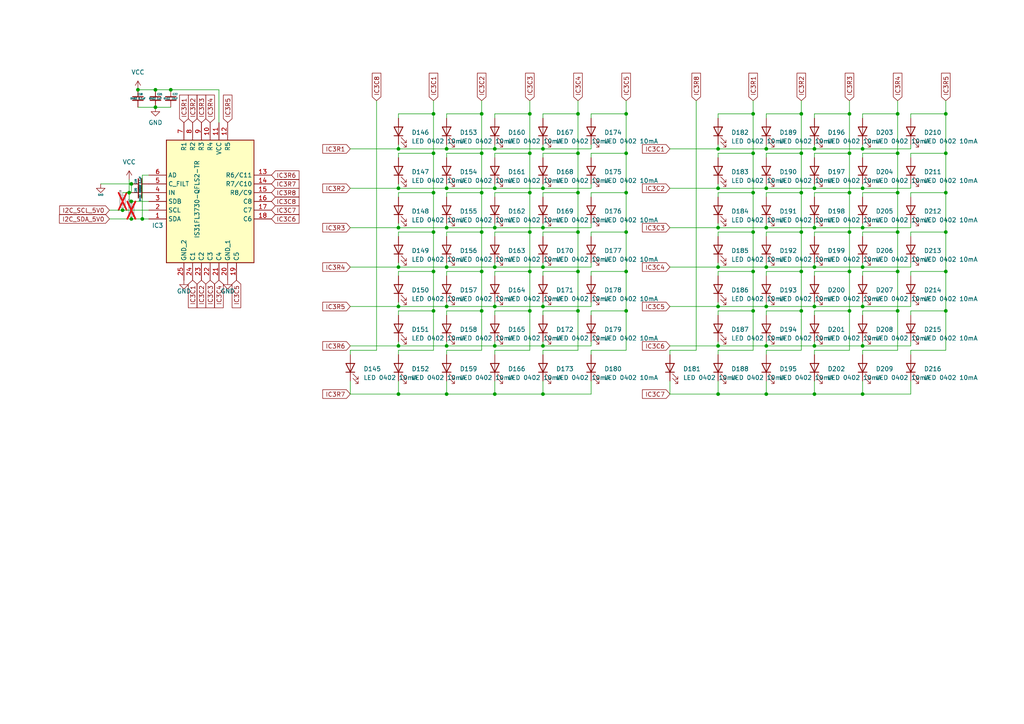
<source format=kicad_sch>
(kicad_sch (version 20231120) (generator "eeschema") (generator_version "8.0")
  (paper "A4")
  (junction (at 157.48 66.04))
  (junction (at 218.44 44.45))
  (junction (at 246.38 67.31))
  (junction (at 236.22 66.04))
  (junction (at 208.28 54.61))
  (junction (at 208.28 66.04))
  (junction (at 157.48 54.61))
  (junction (at 218.44 90.17))
  (junction (at 222.25 66.04))
  (junction (at 115.57 88.9))
  (junction (at 260.35 44.45))
  (junction (at 218.44 67.31))
  (junction (at 157.48 88.9))
  (junction (at 38.1 53.34))
  (junction (at 40.005 26.035))
  (junction (at 246.38 78.74))
  (junction (at 167.64 33.02))
  (junction (at 232.41 44.45))
  (junction (at 208.28 100.33))
  (junction (at 115.57 66.04))
  (junction (at 125.73 78.74))
  (junction (at 157.48 43.18))
  (junction (at 222.25 54.61))
  (junction (at 153.67 44.45))
  (junction (at 115.57 54.61))
  (junction (at 218.44 78.74))
  (junction (at 35.56 60.96))
  (junction (at 250.19 66.04))
  (junction (at 250.19 77.47))
  (junction (at 129.54 114.3))
  (junction (at 208.28 88.9))
  (junction (at 129.54 54.61))
  (junction (at 260.35 33.02))
  (junction (at 38.1 63.5))
  (junction (at 143.51 88.9))
  (junction (at 274.32 44.45))
  (junction (at 143.51 43.18))
  (junction (at 246.38 90.17))
  (junction (at 153.67 90.17))
  (junction (at 143.51 77.47))
  (junction (at 232.41 90.17))
  (junction (at 260.35 67.31))
  (junction (at 153.67 67.31))
  (junction (at 153.67 55.88))
  (junction (at 250.19 88.9))
  (junction (at 274.32 78.74))
  (junction (at 246.38 55.88))
  (junction (at 49.53 26.035))
  (junction (at 181.61 44.45))
  (junction (at 139.7 90.17))
  (junction (at 236.22 88.9))
  (junction (at 181.61 33.02))
  (junction (at 167.64 44.45))
  (junction (at 139.7 33.02))
  (junction (at 139.7 55.88))
  (junction (at 129.54 77.47))
  (junction (at 222.25 77.47))
  (junction (at 115.57 77.47))
  (junction (at 129.54 43.18))
  (junction (at 274.32 55.88))
  (junction (at 181.61 78.74))
  (junction (at 139.7 78.74))
  (junction (at 125.73 55.88))
  (junction (at 37.465 55.88))
  (junction (at 167.64 55.88))
  (junction (at 153.67 33.02))
  (junction (at 115.57 114.3))
  (junction (at 181.61 67.31))
  (junction (at 232.41 78.74))
  (junction (at 125.73 67.31))
  (junction (at 260.35 78.74))
  (junction (at 38.1 58.42))
  (junction (at 143.51 66.04))
  (junction (at 143.51 100.33))
  (junction (at 153.67 78.74))
  (junction (at 222.25 114.3))
  (junction (at 125.73 90.17))
  (junction (at 208.28 114.3))
  (junction (at 115.57 100.33))
  (junction (at 167.64 78.74))
  (junction (at 236.22 114.3))
  (junction (at 139.7 44.45))
  (junction (at 157.48 100.33))
  (junction (at 45.085 26.035))
  (junction (at 222.25 88.9))
  (junction (at 274.32 90.17))
  (junction (at 129.54 88.9))
  (junction (at 143.51 54.61))
  (junction (at 232.41 55.88))
  (junction (at 236.22 100.33))
  (junction (at 157.48 77.47))
  (junction (at 250.19 100.33))
  (junction (at 129.54 100.33))
  (junction (at 208.28 77.47))
  (junction (at 250.19 54.61))
  (junction (at 181.61 90.17))
  (junction (at 167.64 67.31))
  (junction (at 129.54 66.04))
  (junction (at 274.32 67.31))
  (junction (at 139.7 67.31))
  (junction (at 236.22 54.61))
  (junction (at 236.22 77.47))
  (junction (at 232.41 33.02))
  (junction (at 41.275 63.5))
  (junction (at 274.32 33.02))
  (junction (at 115.57 43.18))
  (junction (at 143.51 114.3))
  (junction (at 222.25 43.18))
  (junction (at 250.19 114.3))
  (junction (at 45.085 31.115))
  (junction (at 236.22 43.18))
  (junction (at 181.61 55.88))
  (junction (at 157.48 114.3))
  (junction (at 208.28 43.18))
  (junction (at 246.38 44.45))
  (junction (at 246.38 33.02))
  (junction (at 250.19 43.18))
  (junction (at 218.44 33.02))
  (junction (at 260.35 90.17))
  (junction (at 125.73 44.45))
  (junction (at 125.73 33.02))
  (junction (at 260.35 55.88))
  (junction (at 222.25 100.33))
  (junction (at 167.64 90.17))
  (junction (at 218.44 55.88))
  (junction (at 232.41 67.31))
  (wire (pts (xy 153.67 55.88) (xy 153.67 67.31)))
  (wire (pts (xy 171.45 80.01) (xy 171.45 78.74)))
  (wire (pts (xy 157.48 53.34) (xy 157.48 54.61)))
  (wire (pts (xy 129.54 90.17) (xy 139.7 90.17)))
  (wire (pts (xy 236.22 78.74) (xy 246.38 78.74)))
  (wire (pts (xy 153.67 78.74) (xy 153.67 90.17)))
  (wire (pts (xy 194.31 100.33) (xy 208.28 100.33)))
  (wire (pts (xy 129.54 57.15) (xy 129.54 55.88)))
  (wire (pts (xy 157.48 64.77) (xy 157.48 66.04)))
  (wire (pts (xy 250.19 57.15) (xy 250.19 55.88)))
  (wire (pts (xy 125.73 67.31) (xy 125.73 78.74)))
  (wire (pts (xy 264.16 43.18) (xy 264.16 41.91)))
  (wire (pts (xy 208.28 55.88) (xy 218.44 55.88)))
  (wire (pts (xy 222.25 88.9) (xy 236.22 88.9)))
  (wire (pts (xy 143.51 101.6) (xy 143.51 102.87)))
  (wire (pts (xy 101.6 101.6) (xy 101.6 102.87)))
  (wire (pts (xy 157.48 88.9) (xy 171.45 88.9)))
  (wire (pts (xy 250.19 34.29) (xy 250.19 33.02)))
  (wire (pts (xy 129.54 33.02) (xy 139.7 33.02)))
  (wire (pts (xy 115.57 57.15) (xy 115.57 55.88)))
  (wire (pts (xy 157.48 45.72) (xy 157.48 44.45)))
  (wire (pts (xy 264.16 67.31) (xy 274.32 67.31)))
  (wire (pts (xy 171.45 110.49) (xy 171.45 114.3)))
  (wire (pts (xy 222.25 66.04) (xy 236.22 66.04)))
  (wire (pts (xy 143.51 41.91) (xy 143.51 43.18)))
  (wire (pts (xy 157.48 54.61) (xy 171.45 54.61)))
  (wire (pts (xy 181.61 67.31) (xy 181.61 55.88)))
  (wire (pts (xy 109.22 29.21) (xy 109.22 101.6)))
  (wire (pts (xy 222.25 53.34) (xy 222.25 54.61)))
  (wire (pts (xy 139.7 29.21) (xy 139.7 33.02)))
  (wire (pts (xy 143.51 67.31) (xy 153.67 67.31)))
  (wire (pts (xy 236.22 101.6) (xy 236.22 102.87)))
  (wire (pts (xy 129.54 66.04) (xy 143.51 66.04)))
  (wire (pts (xy 157.48 76.2) (xy 157.48 77.47)))
  (wire (pts (xy 157.48 78.74) (xy 167.64 78.74)))
  (wire (pts (xy 115.57 91.44) (xy 115.57 90.17)))
  (wire (pts (xy 218.44 29.21) (xy 218.44 33.02)))
  (wire (pts (xy 274.32 33.02) (xy 274.32 29.21)))
  (wire (pts (xy 139.7 101.6) (xy 129.54 101.6)))
  (wire (pts (xy 143.51 88.9) (xy 157.48 88.9)))
  (wire (pts (xy 208.28 68.58) (xy 208.28 67.31)))
  (wire (pts (xy 194.31 88.9) (xy 208.28 88.9)))
  (wire (pts (xy 208.28 66.04) (xy 222.25 66.04)))
  (wire (pts (xy 157.48 99.06) (xy 157.48 100.33)))
  (wire (pts (xy 250.19 99.06) (xy 250.19 100.33)))
  (wire (pts (xy 129.54 54.61) (xy 143.51 54.61)))
  (wire (pts (xy 208.28 91.44) (xy 208.28 90.17)))
  (wire (pts (xy 236.22 34.29) (xy 236.22 33.02)))
  (wire (pts (xy 264.16 68.58) (xy 264.16 67.31)))
  (wire (pts (xy 115.57 99.06) (xy 115.57 100.33)))
  (wire (pts (xy 250.19 110.49) (xy 250.19 114.3)))
  (wire (pts (xy 167.64 101.6) (xy 157.48 101.6)))
  (wire (pts (xy 143.51 80.01) (xy 143.51 78.74)))
  (wire (pts (xy 260.35 55.88) (xy 260.35 67.31)))
  (wire (pts (xy 236.22 68.58) (xy 236.22 67.31)))
  (wire (pts (xy 143.51 33.02) (xy 153.67 33.02)))
  (wire (pts (xy 222.25 44.45) (xy 232.41 44.45)))
  (wire (pts (xy 171.45 88.9) (xy 171.45 87.63)))
  (wire (pts (xy 208.28 44.45) (xy 218.44 44.45)))
  (wire (pts (xy 143.51 66.04) (xy 157.48 66.04)))
  (wire (pts (xy 143.51 99.06) (xy 143.51 100.33)))
  (wire (pts (xy 181.61 44.45) (xy 181.61 33.02)))
  (wire (pts (xy 49.53 26.035) (xy 45.085 26.035)))
  (wire (pts (xy 264.16 57.15) (xy 264.16 55.88)))
  (wire (pts (xy 153.67 44.45) (xy 153.67 55.88)))
  (wire (pts (xy 264.16 66.04) (xy 264.16 64.77)))
  (wire (pts (xy 129.54 80.01) (xy 129.54 78.74)))
  (wire (pts (xy 218.44 67.31) (xy 218.44 78.74)))
  (wire (pts (xy 222.25 91.44) (xy 222.25 90.17)))
  (wire (pts (xy 194.31 43.18) (xy 208.28 43.18)))
  (wire (pts (xy 264.16 78.74) (xy 274.32 78.74)))
  (wire (pts (xy 129.54 76.2) (xy 129.54 77.47)))
  (wire (pts (xy 246.38 55.88) (xy 246.38 67.31)))
  (wire (pts (xy 167.64 29.21) (xy 167.64 33.02)))
  (wire (pts (xy 232.41 29.21) (xy 232.41 33.02)))
  (wire (pts (xy 274.32 44.45) (xy 274.32 33.02)))
  (wire (pts (xy 236.22 100.33) (xy 250.19 100.33)))
  (wire (pts (xy 143.51 64.77) (xy 143.51 66.04)))
  (wire (pts (xy 129.54 41.91) (xy 129.54 43.18)))
  (wire (pts (xy 143.51 77.47) (xy 157.48 77.47)))
  (wire (pts (xy 218.44 33.02) (xy 218.44 44.45)))
  (wire (pts (xy 115.57 80.01) (xy 115.57 78.74)))
  (wire (pts (xy 232.41 78.74) (xy 232.41 90.17)))
  (wire (pts (xy 167.64 33.02) (xy 167.64 44.45)))
  (wire (pts (xy 129.54 43.18) (xy 143.51 43.18)))
  (wire (pts (xy 143.51 110.49) (xy 143.51 114.3)))
  (wire (pts (xy 260.35 78.74) (xy 260.35 90.17)))
  (wire (pts (xy 264.16 91.44) (xy 264.16 90.17)))
  (wire (pts (xy 171.45 66.04) (xy 171.45 64.77)))
  (wire (pts (xy 101.6 114.3) (xy 115.57 114.3)))
  (wire (pts (xy 208.28 80.01) (xy 208.28 78.74)))
  (wire (pts (xy 222.25 76.2) (xy 222.25 77.47)))
  (wire (pts (xy 115.57 101.6) (xy 115.57 102.87)))
  (wire (pts (xy 115.57 41.91) (xy 115.57 43.18)))
  (wire (pts (xy 37.465 52.07) (xy 37.465 55.88)))
  (wire (pts (xy 246.38 78.74) (xy 246.38 90.17)))
  (wire (pts (xy 236.22 64.77) (xy 236.22 66.04)))
  (wire (pts (xy 208.28 100.33) (xy 222.25 100.33)))
  (wire (pts (xy 129.54 77.47) (xy 143.51 77.47)))
  (wire (pts (xy 157.48 55.88) (xy 167.64 55.88)))
  (wire (pts (xy 222.25 87.63) (xy 222.25 88.9)))
  (wire (pts (xy 246.38 33.02) (xy 246.38 44.45)))
  (wire (pts (xy 264.16 54.61) (xy 264.16 53.34)))
  (wire (pts (xy 157.48 87.63) (xy 157.48 88.9)))
  (wire (pts (xy 143.51 44.45) (xy 153.67 44.45)))
  (wire (pts (xy 125.73 78.74) (xy 125.73 90.17)))
  (wire (pts (xy 171.45 43.18) (xy 171.45 41.91)))
  (wire (pts (xy 222.25 54.61) (xy 236.22 54.61)))
  (wire (pts (xy 194.31 54.61) (xy 208.28 54.61)))
  (wire (pts (xy 264.16 44.45) (xy 274.32 44.45)))
  (wire (pts (xy 143.51 68.58) (xy 143.51 67.31)))
  (wire (pts (xy 218.44 44.45) (xy 218.44 55.88)))
  (wire (pts (xy 264.16 45.72) (xy 264.16 44.45)))
  (wire (pts (xy 236.22 57.15) (xy 236.22 55.88)))
  (wire (pts (xy 167.64 90.17) (xy 167.64 101.6)))
  (wire (pts (xy 201.93 29.21) (xy 201.93 101.6)))
  (wire (pts (xy 115.57 68.58) (xy 115.57 67.31)))
  (wire (pts (xy 246.38 101.6) (xy 236.22 101.6)))
  (wire (pts (xy 236.22 53.34) (xy 236.22 54.61)))
  (wire (pts (xy 264.16 101.6) (xy 274.32 101.6)))
  (wire (pts (xy 115.57 90.17) (xy 125.73 90.17)))
  (wire (pts (xy 171.45 44.45) (xy 181.61 44.45)))
  (wire (pts (xy 236.22 54.61) (xy 250.19 54.61)))
  (wire (pts (xy 264.16 34.29) (xy 264.16 33.02)))
  (wire (pts (xy 250.19 77.47) (xy 264.16 77.47)))
  (wire (pts (xy 246.38 90.17) (xy 246.38 101.6)))
  (wire (pts (xy 143.51 78.74) (xy 153.67 78.74)))
  (wire (pts (xy 208.28 34.29) (xy 208.28 33.02)))
  (wire (pts (xy 250.19 101.6) (xy 250.19 102.87)))
  (wire (pts (xy 208.28 76.2) (xy 208.28 77.47)))
  (wire (pts (xy 157.48 101.6) (xy 157.48 102.87)))
  (wire (pts (xy 157.48 100.33) (xy 171.45 100.33)))
  (wire (pts (xy 232.41 101.6) (xy 222.25 101.6)))
  (wire (pts (xy 153.67 90.17) (xy 153.67 101.6)))
  (wire (pts (xy 49.53 31.115) (xy 45.085 31.115)))
  (wire (pts (xy 264.16 33.02) (xy 274.32 33.02)))
  (wire (pts (xy 157.48 110.49) (xy 157.48 114.3)))
  (wire (pts (xy 157.48 67.31) (xy 167.64 67.31)))
  (wire (pts (xy 208.28 78.74) (xy 218.44 78.74)))
  (wire (pts (xy 167.64 44.45) (xy 167.64 55.88)))
  (wire (pts (xy 208.28 77.47) (xy 222.25 77.47)))
  (wire (pts (xy 218.44 78.74) (xy 218.44 90.17)))
  (wire (pts (xy 222.25 33.02) (xy 232.41 33.02)))
  (wire (pts (xy 250.19 41.91) (xy 250.19 43.18)))
  (wire (pts (xy 194.31 77.47) (xy 208.28 77.47)))
  (wire (pts (xy 115.57 53.34) (xy 115.57 54.61)))
  (wire (pts (xy 171.45 91.44) (xy 171.45 90.17)))
  (wire (pts (xy 236.22 114.3) (xy 250.19 114.3)))
  (wire (pts (xy 139.7 55.88) (xy 139.7 67.31)))
  (wire (pts (xy 38.1 63.5) (xy 41.275 63.5)))
  (wire (pts (xy 115.57 34.29) (xy 115.57 33.02)))
  (wire (pts (xy 274.32 55.88) (xy 274.32 44.45)))
  (wire (pts (xy 250.19 54.61) (xy 264.16 54.61)))
  (wire (pts (xy 40.005 26.035) (xy 45.085 26.035)))
  (wire (pts (xy 31.75 60.96) (xy 35.56 60.96)))
  (wire (pts (xy 208.28 110.49) (xy 208.28 114.3)))
  (wire (pts (xy 129.54 91.44) (xy 129.54 90.17)))
  (wire (pts (xy 222.25 110.49) (xy 222.25 114.3)))
  (wire (pts (xy 274.32 78.74) (xy 274.32 67.31)))
  (wire (pts (xy 101.6 54.61) (xy 115.57 54.61)))
  (wire (pts (xy 167.64 67.31) (xy 167.64 78.74)))
  (wire (pts (xy 129.54 101.6) (xy 129.54 102.87)))
  (wire (pts (xy 157.48 90.17) (xy 167.64 90.17)))
  (wire (pts (xy 115.57 88.9) (xy 129.54 88.9)))
  (wire (pts (xy 232.41 90.17) (xy 232.41 101.6)))
  (wire (pts (xy 115.57 55.88) (xy 125.73 55.88)))
  (wire (pts (xy 129.54 64.77) (xy 129.54 66.04)))
  (wire (pts (xy 139.7 90.17) (xy 139.7 101.6)))
  (wire (pts (xy 41.275 63.5) (xy 43.18 63.5)))
  (wire (pts (xy 260.35 90.17) (xy 260.35 101.6)))
  (wire (pts (xy 222.25 57.15) (xy 222.25 55.88)))
  (wire (pts (xy 157.48 33.02) (xy 167.64 33.02)))
  (wire (pts (xy 222.25 64.77) (xy 222.25 66.04)))
  (wire (pts (xy 129.54 44.45) (xy 139.7 44.45)))
  (wire (pts (xy 250.19 100.33) (xy 264.16 100.33)))
  (wire (pts (xy 181.61 90.17) (xy 181.61 78.74)))
  (wire (pts (xy 232.41 55.88) (xy 232.41 67.31)))
  (wire (pts (xy 171.45 101.6) (xy 171.45 102.87)))
  (wire (pts (xy 35.56 60.96) (xy 43.18 60.96)))
  (wire (pts (xy 157.48 57.15) (xy 157.48 55.88)))
  (wire (pts (xy 274.32 90.17) (xy 274.32 78.74)))
  (wire (pts (xy 143.51 76.2) (xy 143.51 77.47)))
  (wire (pts (xy 129.54 45.72) (xy 129.54 44.45)))
  (wire (pts (xy 125.73 33.02) (xy 125.73 44.45)))
  (wire (pts (xy 143.51 53.34) (xy 143.51 54.61)))
  (wire (pts (xy 45.085 31.115) (xy 40.005 31.115)))
  (wire (pts (xy 115.57 78.74) (xy 125.73 78.74)))
  (wire (pts (xy 250.19 67.31) (xy 260.35 67.31)))
  (wire (pts (xy 101.6 66.04) (xy 115.57 66.04)))
  (wire (pts (xy 38.1 53.34) (xy 38.1 55.88)))
  (wire (pts (xy 194.31 66.04) (xy 208.28 66.04)))
  (wire (pts (xy 236.22 77.47) (xy 250.19 77.47)))
  (wire (pts (xy 222.25 68.58) (xy 222.25 67.31)))
  (wire (pts (xy 208.28 67.31) (xy 218.44 67.31)))
  (wire (pts (xy 222.25 114.3) (xy 236.22 114.3)))
  (wire (pts (xy 236.22 110.49) (xy 236.22 114.3)))
  (wire (pts (xy 143.51 91.44) (xy 143.51 90.17)))
  (wire (pts (xy 218.44 90.17) (xy 218.44 101.6)))
  (wire (pts (xy 260.35 101.6) (xy 250.19 101.6)))
  (wire (pts (xy 208.28 101.6) (xy 208.28 102.87)))
  (wire (pts (xy 101.6 88.9) (xy 115.57 88.9)))
  (wire (pts (xy 246.38 29.21) (xy 246.38 33.02)))
  (wire (pts (xy 101.6 100.33) (xy 115.57 100.33)))
  (wire (pts (xy 222.25 99.06) (xy 222.25 100.33)))
  (wire (pts (xy 264.16 55.88) (xy 274.32 55.88)))
  (wire (pts (xy 208.28 41.91) (xy 208.28 43.18)))
  (wire (pts (xy 232.41 67.31) (xy 232.41 78.74)))
  (wire (pts (xy 125.73 90.17) (xy 125.73 101.6)))
  (wire (pts (xy 232.41 33.02) (xy 232.41 44.45)))
  (wire (pts (xy 157.48 34.29) (xy 157.48 33.02)))
  (wire (pts (xy 129.54 34.29) (xy 129.54 33.02)))
  (wire (pts (xy 35.56 55.88) (xy 37.465 55.88)))
  (wire (pts (xy 171.45 57.15) (xy 171.45 55.88)))
  (wire (pts (xy 139.7 33.02) (xy 139.7 44.45)))
  (wire (pts (xy 218.44 55.88) (xy 218.44 67.31)))
  (wire (pts (xy 125.73 29.21) (xy 125.73 33.02)))
  (wire (pts (xy 101.6 114.3) (xy 101.6 110.49)))
  (wire (pts (xy 115.57 100.33) (xy 129.54 100.33)))
  (wire (pts (xy 250.19 90.17) (xy 260.35 90.17)))
  (wire (pts (xy 115.57 64.77) (xy 115.57 66.04)))
  (wire (pts (xy 171.45 33.02) (xy 181.61 33.02)))
  (wire (pts (xy 157.48 66.04) (xy 171.45 66.04)))
  (wire (pts (xy 157.48 43.18) (xy 171.45 43.18)))
  (wire (pts (xy 222.25 78.74) (xy 232.41 78.74)))
  (wire (pts (xy 171.45 78.74) (xy 181.61 78.74)))
  (wire (pts (xy 129.54 55.88) (xy 139.7 55.88)))
  (wire (pts (xy 157.48 44.45) (xy 167.64 44.45)))
  (wire (pts (xy 143.51 100.33) (xy 157.48 100.33)))
  (wire (pts (xy 236.22 33.02) (xy 246.38 33.02)))
  (wire (pts (xy 250.19 78.74) (xy 260.35 78.74)))
  (wire (pts (xy 208.28 43.18) (xy 222.25 43.18)))
  (wire (pts (xy 171.45 77.47) (xy 171.45 76.2)))
  (wire (pts (xy 208.28 99.06) (xy 208.28 100.33)))
  (wire (pts (xy 171.45 68.58) (xy 171.45 67.31)))
  (wire (pts (xy 115.57 67.31) (xy 125.73 67.31)))
  (wire (pts (xy 157.48 68.58) (xy 157.48 67.31)))
  (wire (pts (xy 139.7 67.31) (xy 139.7 78.74)))
  (wire (pts (xy 236.22 45.72) (xy 236.22 44.45)))
  (wire (pts (xy 194.31 114.3) (xy 194.31 110.49)))
  (wire (pts (xy 250.19 76.2) (xy 250.19 77.47)))
  (wire (pts (xy 125.73 101.6) (xy 115.57 101.6)))
  (wire (pts (xy 250.19 53.34) (xy 250.19 54.61)))
  (wire (pts (xy 157.48 91.44) (xy 157.48 90.17)))
  (wire (pts (xy 201.93 101.6) (xy 194.31 101.6)))
  (wire (pts (xy 250.19 68.58) (xy 250.19 67.31)))
  (wire (pts (xy 101.6 77.47) (xy 115.57 77.47)))
  (wire (pts (xy 250.19 66.04) (xy 264.16 66.04)))
  (wire (pts (xy 222.25 34.29) (xy 222.25 33.02)))
  (wire (pts (xy 181.61 78.74) (xy 181.61 67.31)))
  (wire (pts (xy 63.5 35.56) (xy 63.5 26.035)))
  (wire (pts (xy 250.19 114.3) (xy 264.16 114.3)))
  (wire (pts (xy 218.44 101.6) (xy 208.28 101.6)))
  (wire (pts (xy 139.7 78.74) (xy 139.7 90.17)))
  (wire (pts (xy 129.54 99.06) (xy 129.54 100.33)))
  (wire (pts (xy 31.75 63.5) (xy 38.1 63.5)))
  (wire (pts (xy 115.57 77.47) (xy 129.54 77.47)))
  (wire (pts (xy 250.19 64.77) (xy 250.19 66.04)))
  (wire (pts (xy 236.22 99.06) (xy 236.22 100.33)))
  (wire (pts (xy 129.54 67.31) (xy 139.7 67.31)))
  (wire (pts (xy 157.48 77.47) (xy 171.45 77.47)))
  (wire (pts (xy 236.22 91.44) (xy 236.22 90.17)))
  (wire (pts (xy 250.19 80.01) (xy 250.19 78.74)))
  (wire (pts (xy 143.51 90.17) (xy 153.67 90.17)))
  (wire (pts (xy 264.16 77.47) (xy 264.16 76.2)))
  (wire (pts (xy 129.54 88.9) (xy 143.51 88.9)))
  (wire (pts (xy 250.19 43.18) (xy 264.16 43.18)))
  (wire (pts (xy 129.54 87.63) (xy 129.54 88.9)))
  (wire (pts (xy 222.25 55.88) (xy 232.41 55.88)))
  (wire (pts (xy 260.35 44.45) (xy 260.35 55.88)))
  (wire (pts (xy 264.16 90.17) (xy 274.32 90.17)))
  (wire (pts (xy 153.67 101.6) (xy 143.51 101.6)))
  (wire (pts (xy 222.25 77.47) (xy 236.22 77.47)))
  (wire (pts (xy 222.25 90.17) (xy 232.41 90.17)))
  (wire (pts (xy 101.6 43.18) (xy 115.57 43.18)))
  (wire (pts (xy 157.48 114.3) (xy 171.45 114.3)))
  (wire (pts (xy 167.64 55.88) (xy 167.64 67.31)))
  (wire (pts (xy 157.48 41.91) (xy 157.48 43.18)))
  (wire (pts (xy 236.22 66.04) (xy 250.19 66.04)))
  (wire (pts (xy 181.61 33.02) (xy 181.61 29.21)))
  (wire (pts (xy 236.22 76.2) (xy 236.22 77.47)))
  (wire (pts (xy 222.25 41.91) (xy 222.25 43.18)))
  (wire (pts (xy 236.22 87.63) (xy 236.22 88.9)))
  (wire (pts (xy 236.22 44.45) (xy 246.38 44.45)))
  (wire (pts (xy 236.22 80.01) (xy 236.22 78.74)))
  (wire (pts (xy 143.51 87.63) (xy 143.51 88.9)))
  (wire (pts (xy 143.51 57.15) (xy 143.51 55.88)))
  (wire (pts (xy 236.22 88.9) (xy 250.19 88.9)))
  (wire (pts (xy 143.51 45.72) (xy 143.51 44.45)))
  (wire (pts (xy 194.31 114.3) (xy 208.28 114.3)))
  (wire (pts (xy 157.48 80.01) (xy 157.48 78.74)))
  (wire (pts (xy 194.31 101.6) (xy 194.31 102.87)))
  (wire (pts (xy 171.45 100.33) (xy 171.45 99.06)))
  (wire (pts (xy 37.465 55.88) (xy 37.465 58.42)))
  (wire (pts (xy 264.16 101.6) (xy 264.16 102.87)))
  (wire (pts (xy 167.64 78.74) (xy 167.64 90.17)))
  (wire (pts (xy 208.28 87.63) (xy 208.28 88.9)))
  (wire (pts (xy 274.32 101.6) (xy 274.32 90.17)))
  (wire (pts (xy 41.275 50.8) (xy 43.18 50.8)))
  (wire (pts (xy 250.19 88.9) (xy 264.16 88.9)))
  (wire (pts (xy 222.25 101.6) (xy 222.25 102.87)))
  (wire (pts (xy 153.67 29.21) (xy 153.67 33.02)))
  (wire (pts (xy 171.45 67.31) (xy 181.61 67.31)))
  (wire (pts (xy 236.22 41.91) (xy 236.22 43.18)))
  (wire (pts (xy 246.38 44.45) (xy 246.38 55.88)))
  (wire (pts (xy 250.19 91.44) (xy 250.19 90.17)))
  (wire (pts (xy 115.57 110.49) (xy 115.57 114.3)))
  (wire (pts (xy 236.22 90.17) (xy 246.38 90.17)))
  (wire (pts (xy 232.41 44.45) (xy 232.41 55.88)))
  (wire (pts (xy 250.19 33.02) (xy 260.35 33.02)))
  (wire (pts (xy 125.73 44.45) (xy 125.73 55.88)))
  (wire (pts (xy 115.57 45.72) (xy 115.57 44.45)))
  (wire (pts (xy 171.45 45.72) (xy 171.45 44.45)))
  (wire (pts (xy 208.28 90.17) (xy 218.44 90.17)))
  (wire (pts (xy 143.51 43.18) (xy 157.48 43.18)))
  (wire (pts (xy 41.275 63.5) (xy 41.275 50.8)))
  (wire (pts (xy 171.45 90.17) (xy 181.61 90.17)))
  (wire (pts (xy 208.28 64.77) (xy 208.28 66.04)))
  (wire (pts (xy 171.45 34.29) (xy 171.45 33.02)))
  (wire (pts (xy 129.54 68.58) (xy 129.54 67.31)))
  (wire (pts (xy 222.25 100.33) (xy 236.22 100.33)))
  (wire (pts (xy 260.35 29.21) (xy 260.35 33.02)))
  (wire (pts (xy 129.54 100.33) (xy 143.51 100.33)))
  (wire (pts (xy 49.53 26.035) (xy 63.5 26.035)))
  (wire (pts (xy 222.25 80.01) (xy 222.25 78.74)))
  (wire (pts (xy 264.16 88.9) (xy 264.16 87.63)))
  (wire (pts (xy 236.22 67.31) (xy 246.38 67.31)))
  (wire (pts (xy 171.45 54.61) (xy 171.45 53.34)))
  (wire (pts (xy 250.19 44.45) (xy 260.35 44.45)))
  (wire (pts (xy 246.38 67.31) (xy 246.38 78.74)))
  (wire (pts (xy 274.32 67.31) (xy 274.32 55.88)))
  (wire (pts (xy 153.67 33.02) (xy 153.67 44.45)))
  (wire (pts (xy 208.28 33.02) (xy 218.44 33.02)))
  (wire (pts (xy 208.28 88.9) (xy 222.25 88.9)))
  (wire (pts (xy 38.1 53.34) (xy 29.21 53.34)))
  (wire (pts (xy 143.51 114.3) (xy 157.48 114.3)))
  (wire (pts (xy 115.57 54.61) (xy 129.54 54.61)))
  (wire (pts (xy 208.28 114.3) (xy 222.25 114.3)))
  (wire (pts (xy 208.28 54.61) (xy 222.25 54.61)))
  (wire (pts (xy 125.73 55.88) (xy 125.73 67.31)))
  (wire (pts (xy 129.54 78.74) (xy 139.7 78.74)))
  (wire (pts (xy 208.28 45.72) (xy 208.28 44.45)))
  (wire (pts (xy 143.51 55.88) (xy 153.67 55.88)))
  (wire (pts (xy 139.7 44.45) (xy 139.7 55.88)))
  (wire (pts (xy 260.35 33.02) (xy 260.35 44.45)))
  (wire (pts (xy 260.35 67.31) (xy 260.35 78.74)))
  (wire (pts (xy 264.16 80.01) (xy 264.16 78.74)))
  (wire (pts (xy 236.22 55.88) (xy 246.38 55.88)))
  (wire (pts (xy 153.67 67.31) (xy 153.67 78.74)))
  (wire (pts (xy 250.19 55.88) (xy 260.35 55.88)))
  (wire (pts (xy 250.19 45.72) (xy 250.19 44.45)))
  (wire (pts (xy 129.54 110.49) (xy 129.54 114.3)))
  (wire (pts (xy 115.57 66.04) (xy 129.54 66.04)))
  (wire (pts (xy 181.61 55.88) (xy 181.61 44.45)))
  (wire (pts (xy 236.22 43.18) (xy 250.19 43.18)))
  (wire (pts (xy 250.19 87.63) (xy 250.19 88.9)))
  (wire (pts (xy 222.25 43.18) (xy 236.22 43.18)))
  (wire (pts (xy 129.54 114.3) (xy 143.51 114.3)))
  (wire (pts (xy 181.61 101.6) (xy 181.61 90.17)))
  (wire (pts (xy 115.57 44.45) (xy 125.73 44.45)))
  (wire (pts (xy 222.25 45.72) (xy 222.25 44.45)))
  (wire (pts (xy 115.57 114.3) (xy 129.54 114.3)))
  (wire (pts (xy 171.45 55.88) (xy 181.61 55.88)))
  (wire (pts (xy 115.57 33.02) (xy 125.73 33.02)))
  (wire (pts (xy 129.54 53.34) (xy 129.54 54.61)))
  (wire (pts (xy 264.16 110.49) (xy 264.16 114.3)))
  (wire (pts (xy 115.57 43.18) (xy 129.54 43.18)))
  (wire (pts (xy 208.28 53.34) (xy 208.28 54.61)))
  (wire (pts (xy 109.22 101.6) (xy 101.6 101.6)))
  (wire (pts (xy 143.51 54.61) (xy 157.48 54.61)))
  (wire (pts (xy 38.1 58.42) (xy 43.18 58.42)))
  (wire (pts (xy 208.28 57.15) (xy 208.28 55.88)))
  (wire (pts (xy 115.57 76.2) (xy 115.57 77.47)))
  (wire (pts (xy 264.16 100.33) (xy 264.16 99.06)))
  (wire (pts (xy 37.465 58.42) (xy 38.1 58.42)))
  (wire (pts (xy 115.57 87.63) (xy 115.57 88.9)))
  (wire (pts (xy 171.45 101.6) (xy 181.61 101.6)))
  (wire (pts (xy 143.51 34.29) (xy 143.51 33.02)))
  (wire (pts (xy 222.25 67.31) (xy 232.41 67.31)))
  (global_label "I2C_SCL_5V0" (shape input) (at 31.75 60.96 180) (property "Intersheetrefs" "${INTERSHEET_REFS}" (effects (hide yes))))
  (global_label "IC3C4" (shape input) (at 194.31 77.47 180) (property "Intersheetrefs" "${INTERSHEET_REFS}" (effects (hide yes))))
  (global_label "IC3R7" (shape input) (at 101.6 114.3 180) (property "Intersheetrefs" "${INTERSHEET_REFS}" (effects (hide yes))))
  (global_label "IC3R1" (shape input) (at 218.44 29.21 90) (property "Intersheetrefs" "${INTERSHEET_REFS}" (effects (hide yes))))
  (global_label "IC3R4" (shape input) (at 60.96 35.56 90) (property "Intersheetrefs" "${INTERSHEET_REFS}" (effects (hide yes))))
  (global_label "IC3C8" (shape input) (at 78.74 58.42 0) (property "Intersheetrefs" "${INTERSHEET_REFS}" (effects (hide yes))))
  (global_label "IC3R1" (shape input) (at 53.34 35.56 90) (property "Intersheetrefs" "${INTERSHEET_REFS}" (effects (hide yes))))
  (global_label "IC3C6" (shape input) (at 78.74 63.5 0) (property "Intersheetrefs" "${INTERSHEET_REFS}" (effects (hide yes))))
  (global_label "IC3C5" (shape input) (at 68.58 81.28 270) (property "Intersheetrefs" "${INTERSHEET_REFS}" (effects (hide yes))))
  (global_label "IC3C1" (shape input) (at 125.73 29.21 90) (property "Intersheetrefs" "${INTERSHEET_REFS}" (effects (hide yes))))
  (global_label "IC3C3" (shape input) (at 153.67 29.21 90) (property "Intersheetrefs" "${INTERSHEET_REFS}" (effects (hide yes))))
  (global_label "IC3C5" (shape input) (at 194.31 88.9 180) (property "Intersheetrefs" "${INTERSHEET_REFS}" (effects (hide yes))))
  (global_label "IC3R2" (shape input) (at 55.88 35.56 90) (property "Intersheetrefs" "${INTERSHEET_REFS}" (effects (hide yes))))
  (global_label "IC3C1" (shape input) (at 194.31 43.18 180) (property "Intersheetrefs" "${INTERSHEET_REFS}" (effects (hide yes))))
  (global_label "IC3C8" (shape input) (at 109.22 29.21 90) (property "Intersheetrefs" "${INTERSHEET_REFS}" (effects (hide yes))))
  (global_label "IC3R4" (shape input) (at 101.6 77.47 180) (property "Intersheetrefs" "${INTERSHEET_REFS}" (effects (hide yes))))
  (global_label "IC3R8" (shape input) (at 201.93 29.21 90) (property "Intersheetrefs" "${INTERSHEET_REFS}" (effects (hide yes))))
  (global_label "IC3R4" (shape input) (at 260.35 29.21 90) (property "Intersheetrefs" "${INTERSHEET_REFS}" (effects (hide yes))))
  (global_label "IC3R6" (shape input) (at 78.74 50.8 0) (property "Intersheetrefs" "${INTERSHEET_REFS}" (effects (hide yes))))
  (global_label "IC3C3" (shape input) (at 60.96 81.28 270) (property "Intersheetrefs" "${INTERSHEET_REFS}" (effects (hide yes))))
  (global_label "IC3R3" (shape input) (at 58.42 35.56 90) (property "Intersheetrefs" "${INTERSHEET_REFS}" (effects (hide yes))))
  (global_label "I2C_SDA_5V0" (shape input) (at 31.75 63.5 180) (property "Intersheetrefs" "${INTERSHEET_REFS}" (effects (hide yes))))
  (global_label "IC3R7" (shape input) (at 78.74 53.34 0) (property "Intersheetrefs" "${INTERSHEET_REFS}" (effects (hide yes))))
  (global_label "IC3C4" (shape input) (at 63.5 81.28 270) (property "Intersheetrefs" "${INTERSHEET_REFS}" (effects (hide yes))))
  (global_label "IC3C2" (shape input) (at 139.7 29.21 90) (property "Intersheetrefs" "${INTERSHEET_REFS}" (effects (hide yes))))
  (global_label "IC3R8" (shape input) (at 78.74 55.88 0) (property "Intersheetrefs" "${INTERSHEET_REFS}" (effects (hide yes))))
  (global_label "IC3C7" (shape input) (at 194.31 114.3 180) (property "Intersheetrefs" "${INTERSHEET_REFS}" (effects (hide yes))))
  (global_label "IC3R5" (shape input) (at 274.32 29.21 90) (property "Intersheetrefs" "${INTERSHEET_REFS}" (effects (hide yes))))
  (global_label "IC3C6" (shape input) (at 194.31 100.33 180) (property "Intersheetrefs" "${INTERSHEET_REFS}" (effects (hide yes))))
  (global_label "IC3R2" (shape input) (at 101.6 54.61 180) (property "Intersheetrefs" "${INTERSHEET_REFS}" (effects (hide yes))))
  (global_label "IC3R5" (shape input) (at 66.04 35.56 90) (property "Intersheetrefs" "${INTERSHEET_REFS}" (effects (hide yes))))
  (global_label "IC3R5" (shape input) (at 101.6 88.9 180) (property "Intersheetrefs" "${INTERSHEET_REFS}" (effects (hide yes))))
  (global_label "IC3R2" (shape input) (at 232.41 29.21 90) (property "Intersheetrefs" "${INTERSHEET_REFS}" (effects (hide yes))))
  (global_label "IC3C4" (shape input) (at 167.64 29.21 90) (property "Intersheetrefs" "${INTERSHEET_REFS}" (effects (hide yes))))
  (global_label "IC3R1" (shape input) (at 101.6 43.18 180) (property "Intersheetrefs" "${INTERSHEET_REFS}" (effects (hide yes))))
  (global_label "IC3R3" (shape input) (at 101.6 66.04 180) (property "Intersheetrefs" "${INTERSHEET_REFS}" (effects (hide yes))))
  (global_label "IC3C3" (shape input) (at 194.31 66.04 180) (property "Intersheetrefs" "${INTERSHEET_REFS}" (effects (hide yes))))
  (global_label "IC3C2" (shape input) (at 194.31 54.61 180) (property "Intersheetrefs" "${INTERSHEET_REFS}" (effects (hide yes))))
  (global_label "IC3C5" (shape input) (at 181.61 29.21 90) (property "Intersheetrefs" "${INTERSHEET_REFS}" (effects (hide yes))))
  (global_label "IC3R3" (shape input) (at 246.38 29.21 90) (property "Intersheetrefs" "${INTERSHEET_REFS}" (effects (hide yes))))
  (global_label "IC3C2" (shape input) (at 58.42 81.28 270) (property "Intersheetrefs" "${INTERSHEET_REFS}" (effects (hide yes))))
  (global_label "IC3R6" (shape input) (at 101.6 100.33 180) (property "Intersheetrefs" "${INTERSHEET_REFS}" (effects (hide yes))))
  (global_label "IC3C7" (shape input) (at 78.74 60.96 0) (property "Intersheetrefs" "${INTERSHEET_REFS}" (effects (hide yes))))
  (global_label "IC3C1" (shape input) (at 55.88 81.28 270) (property "Intersheetrefs" "${INTERSHEET_REFS}" (effects (hide yes))))
  (symbol (lib_id "power:GND") (at 53.34 81.28 0) (mirror y) (unit 1)
    (property "Reference" "#PWR041" (effects (hide yes)))
    (property "Value" "GND" (at 53.34 84.455 0))
  )
  (symbol (lib_id "Device:LED") (at 143.51 83.82 90) (unit 1)
    (property "Reference" "D164" (at 147.32 84.1375 90) (effects (justify right)))
    (property "Value" "LED 0402 10mA" (at 147.32 86.6775 90) (effects (justify right)))
    (property "Footprint" "LED_SMD:LED_0402_1005Metric" (effects (hide yes)))
  )
  (symbol (lib_id "Device:C_Small") (at 45.085 28.575 0) (unit 1)
    (property "Reference" "C21" (at 46.355 27.305 0) (effects (font (size 0.5 0.5))))
    (property "Value" "0402 1uF" (at 45.085 28.575 0) (effects (font (size 0.5 0.5))))
    (property "Footprint" "Capacitor_SMD:C_0402_1005Metric" (effects (hide yes)))
  )
  (symbol (lib_id "Device:C_Small") (at 40.64 53.34 90) (unit 1)
    (property "Reference" "C19" (at 39.37 52.705 0) (effects (font (size 0.5 0.5))))
    (property "Value" "0402 0.1uF" (at 40.64 53.34 0) (effects (font (size 0.5 0.5))))
    (property "Footprint" "Capacitor_SMD:C_0402_1005Metric" (effects (hide yes)))
  )
  (symbol (lib_id "Device:LED") (at 157.48 38.1 90) (unit 1)
    (property "Reference" "D167" (at 161.29 38.4175 90) (effects (justify right)))
    (property "Value" "LED 0402 10mA" (at 161.29 40.9575 90) (effects (justify right)))
    (property "Footprint" "LED_SMD:LED_0402_1005Metric" (effects (hide yes)))
  )
  (symbol (lib_id "Device:LED") (at 250.19 38.1 90) (unit 1)
    (property "Reference" "D203" (at 254 38.4175 90) (effects (justify right)))
    (property "Value" "LED 0402 10mA" (at 254 40.9575 90) (effects (justify right)))
    (property "Footprint" "LED_SMD:LED_0402_1005Metric" (effects (hide yes)))
  )
  (symbol (lib_id "Device:LED") (at 222.25 72.39 90) (unit 1)
    (property "Reference" "D192" (at 226.06 72.7075 90) (effects (justify right)))
    (property "Value" "LED 0402 10mA" (at 226.06 75.2475 90) (effects (justify right)))
    (property "Footprint" "LED_SMD:LED_0402_1005Metric" (effects (hide yes)))
  )
  (symbol (lib_id "Device:LED") (at 236.22 60.96 90) (unit 1)
    (property "Reference" "D198" (at 240.03 61.2775 90) (effects (justify right)))
    (property "Value" "LED 0402 10mA" (at 240.03 63.8175 90) (effects (justify right)))
    (property "Footprint" "LED_SMD:LED_0402_1005Metric" (effects (hide yes)))
  )
  (symbol (lib_id "Device:LED") (at 129.54 38.1 90) (unit 1)
    (property "Reference" "D153" (at 133.35 38.4175 90) (effects (justify right)))
    (property "Value" "LED 0402 10mA" (at 133.35 40.9575 90) (effects (justify right)))
    (property "Footprint" "LED_SMD:LED_0402_1005Metric" (effects (hide yes)))
  )
  (symbol (lib_id "power:GND") (at 29.21 53.34 0) (unit 1)
    (property "Reference" "#PWR037" (effects (hide yes)))
    (property "Value" "GND" (at 29.21 56.515 0) (effects (font (size 0.5 0.5))))
  )
  (symbol (lib_id "Device:LED") (at 208.28 60.96 90) (unit 1)
    (property "Reference" "D184" (at 212.09 61.2775 90) (effects (justify right)))
    (property "Value" "LED 0402 10mA" (at 212.09 63.8175 90) (effects (justify right)))
    (property "Footprint" "LED_SMD:LED_0402_1005Metric" (effects (hide yes)))
  )
  (symbol (lib_id "IS31FL3730-QFLS2-TR:IS31FL3730-QFLS2-TR") (at 43.18 63.5 0) (mirror x) (unit 1)
    (property "Reference" "IC3" (at 45.72 65.405 0))
    (property "Value" "IS31FL3730-QFLS2-TR" (at 57.15 57.785 90))
    (property "Footprint" "Package_DFN_QFN:QFN-24-1EP_4x4mm_P0.5mm_EP2.6x2.6mm_ThermalVias" (effects (hide yes)))
    (property "Datasheet" "https://componentsearchengine.com/Datasheets/1/IS31FL3730-QFLS2-TR.pdf" (effects (hide yes)))
    (property "Height" "0.8" (effects (hide yes)))
    (property "Mouser Part Number" "870-IS31FL3730QFLS2R" (effects (hide yes)))
    (property "Mouser Price/Stock" "https://www.mouser.com/Search/Refine.aspx?Keyword=870-IS31FL3730QFLS2R" (effects (hide yes)))
    (property "Manufacturer_Name" "Integrated Silicon Solution Inc." (effects (hide yes)))
    (property "Manufacturer_Part_Number" "IS31FL3730-QFLS2-TR" (effects (hide yes)))
  )
  (symbol (lib_id "Device:LED") (at 208.28 106.68 90) (unit 1)
    (property "Reference" "D188" (at 212.09 106.9975 90) (effects (justify right)))
    (property "Value" "LED 0402 10mA" (at 212.09 109.5375 90) (effects (justify right)))
    (property "Footprint" "LED_SMD:LED_0402_1005Metric" (effects (hide yes)))
  )
  (symbol (lib_id "Device:LED") (at 115.57 106.68 90) (unit 1)
    (property "Reference" "D152" (at 119.38 106.9975 90) (effects (justify right)))
    (property "Value" "LED 0402 10mA" (at 119.38 109.5375 90) (effects (justify right)))
    (property "Footprint" "LED_SMD:LED_0402_1005Metric" (effects (hide yes)))
  )
  (symbol (lib_id "Device:LED") (at 129.54 49.53 90) (unit 1)
    (property "Reference" "D154" (at 133.35 49.8475 90) (effects (justify right)))
    (property "Value" "LED 0402 10mA" (at 133.35 52.3875 90) (effects (justify right)))
    (property "Footprint" "LED_SMD:LED_0402_1005Metric" (effects (hide yes)))
  )
  (symbol (lib_id "Device:LED") (at 171.45 72.39 90) (unit 1)
    (property "Reference" "D177" (at 175.26 72.7075 90) (effects (justify right)))
    (property "Value" "LED 0402 10mA" (at 175.26 75.2475 90) (effects (justify right)))
    (property "Footprint" "LED_SMD:LED_0402_1005Metric" (effects (hide yes)))
  )
  (symbol (lib_id "Device:LED") (at 157.48 72.39 90) (unit 1)
    (property "Reference" "D170" (at 161.29 72.7075 90) (effects (justify right)))
    (property "Value" "LED 0402 10mA" (at 161.29 75.2475 90) (effects (justify right)))
    (property "Footprint" "LED_SMD:LED_0402_1005Metric" (effects (hide yes)))
  )
  (symbol (lib_id "Device:LED") (at 194.31 106.68 90) (unit 1)
    (property "Reference" "D181" (at 198.12 106.9975 90) (effects (justify right)))
    (property "Value" "LED 0402 10mA" (at 198.12 109.5375 90) (effects (justify right)))
    (property "Footprint" "LED_SMD:LED_0402_1005Metric" (effects (hide yes)))
  )
  (symbol (lib_id "power:GND") (at 66.04 81.28 0) (mirror y) (unit 1)
    (property "Reference" "#PWR042" (effects (hide yes)))
    (property "Value" "GND" (at 66.04 84.455 0))
  )
  (symbol (lib_id "Device:LED") (at 129.54 83.82 90) (unit 1)
    (property "Reference" "D157" (at 133.35 84.1375 90) (effects (justify right)))
    (property "Value" "LED 0402 10mA" (at 133.35 86.6775 90) (effects (justify right)))
    (property "Footprint" "LED_SMD:LED_0402_1005Metric" (effects (hide yes)))
  )
  (symbol (lib_id "Device:LED") (at 129.54 106.68 90) (unit 1)
    (property "Reference" "D159" (at 133.35 106.9975 90) (effects (justify right)))
    (property "Value" "LED 0402 10mA" (at 133.35 109.5375 90) (effects (justify right)))
    (property "Footprint" "LED_SMD:LED_0402_1005Metric" (effects (hide yes)))
  )
  (symbol (lib_id "Device:LED") (at 250.19 95.25 90) (unit 1)
    (property "Reference" "D208" (at 254 95.5675 90) (effects (justify right)))
    (property "Value" "LED 0402 10mA" (at 254 98.1075 90) (effects (justify right)))
    (property "Footprint" "LED_SMD:LED_0402_1005Metric" (effects (hide yes)))
  )
  (symbol (lib_id "Device:LED") (at 208.28 95.25 90) (unit 1)
    (property "Reference" "D187" (at 212.09 95.5675 90) (effects (justify right)))
    (property "Value" "LED 0402 10mA" (at 212.09 98.1075 90) (effects (justify right)))
    (property "Footprint" "LED_SMD:LED_0402_1005Metric" (effects (hide yes)))
  )
  (symbol (lib_id "power:VCC") (at 40.005 26.035 0) (unit 1)
    (property "Reference" "#PWR039" (effects (hide yes)))
    (property "Value" "VCC" (at 40.005 20.955 0))
  )
  (symbol (lib_id "Device:LED") (at 115.57 72.39 90) (unit 1)
    (property "Reference" "D149" (at 119.38 72.7075 90) (effects (justify right)))
    (property "Value" "LED 0402 10mA" (at 119.38 75.2475 90) (effects (justify right)))
    (property "Footprint" "LED_SMD:LED_0402_1005Metric" (effects (hide yes)))
  )
  (symbol (lib_id "Device:C_Small") (at 49.53 28.575 0) (unit 1)
    (property "Reference" "C22" (at 50.8 27.305 0) (effects (font (size 0.5 0.5))))
    (property "Value" "0402 10uF" (at 49.53 28.575 0) (effects (font (size 0.5 0.5))))
    (property "Footprint" "Capacitor_SMD:C_0402_1005Metric" (effects (hide yes)))
  )
  (symbol (lib_id "Device:LED") (at 264.16 72.39 90) (unit 1)
    (property "Reference" "D213" (at 267.97 72.7075 90) (effects (justify right)))
    (property "Value" "LED 0402 10mA" (at 267.97 75.2475 90) (effects (justify right)))
    (property "Footprint" "LED_SMD:LED_0402_1005Metric" (effects (hide yes)))
  )
  (symbol (lib_id "Device:LED") (at 264.16 60.96 90) (unit 1)
    (property "Reference" "D212" (at 267.97 61.2775 90) (effects (justify right)))
    (property "Value" "LED 0402 10mA" (at 267.97 63.8175 90) (effects (justify right)))
    (property "Footprint" "LED_SMD:LED_0402_1005Metric" (effects (hide yes)))
  )
  (symbol (lib_id "Device:LED") (at 171.45 38.1 90) (unit 1)
    (property "Reference" "D174" (at 175.26 38.4175 90) (effects (justify right)))
    (property "Value" "LED 0402 10mA" (at 175.26 40.9575 90) (effects (justify right)))
    (property "Footprint" "LED_SMD:LED_0402_1005Metric" (effects (hide yes)))
  )
  (symbol (lib_id "Device:LED") (at 236.22 106.68 90) (unit 1)
    (property "Reference" "D202" (at 240.03 106.9975 90) (effects (justify right)))
    (property "Value" "LED 0402 10mA" (at 240.03 109.5375 90) (effects (justify right)))
    (property "Footprint" "LED_SMD:LED_0402_1005Metric" (effects (hide yes)))
  )
  (symbol (lib_id "Device:LED") (at 157.48 95.25 90) (unit 1)
    (property "Reference" "D172" (at 161.29 95.5675 90) (effects (justify right)))
    (property "Value" "LED 0402 10mA" (at 161.29 98.1075 90) (effects (justify right)))
    (property "Footprint" "LED_SMD:LED_0402_1005Metric" (effects (hide yes)))
  )
  (symbol (lib_id "Device:LED") (at 115.57 95.25 90) (unit 1)
    (property "Reference" "D151" (at 119.38 95.5675 90) (effects (justify right)))
    (property "Value" "LED 0402 10mA" (at 119.38 98.1075 90) (effects (justify right)))
    (property "Footprint" "LED_SMD:LED_0402_1005Metric" (effects (hide yes)))
  )
  (symbol (lib_id "Device:LED") (at 157.48 49.53 90) (unit 1)
    (property "Reference" "D168" (at 161.29 49.8475 90) (effects (justify right)))
    (property "Value" "LED 0402 10mA" (at 161.29 52.3875 90) (effects (justify right)))
    (property "Footprint" "LED_SMD:LED_0402_1005Metric" (effects (hide yes)))
  )
  (symbol (lib_id "Device:LED") (at 236.22 95.25 90) (unit 1)
    (property "Reference" "D201" (at 240.03 95.5675 90) (effects (justify right)))
    (property "Value" "LED 0402 10mA" (at 240.03 98.1075 90) (effects (justify right)))
    (property "Footprint" "LED_SMD:LED_0402_1005Metric" (effects (hide yes)))
  )
  (symbol (lib_id "Device:LED") (at 208.28 83.82 90) (unit 1)
    (property "Reference" "D186" (at 212.09 84.1375 90) (effects (justify right)))
    (property "Value" "LED 0402 10mA" (at 212.09 86.6775 90) (effects (justify right)))
    (property "Footprint" "LED_SMD:LED_0402_1005Metric" (effects (hide yes)))
  )
  (symbol (lib_id "Device:LED") (at 115.57 60.96 90) (unit 1)
    (property "Reference" "D148" (at 119.38 61.2775 90) (effects (justify right)))
    (property "Value" "LED 0402 10mA" (at 119.38 63.8175 90) (effects (justify right)))
    (property "Footprint" "LED_SMD:LED_0402_1005Metric" (effects (hide yes)))
  )
  (symbol (lib_id "Device:LED") (at 157.48 60.96 90) (unit 1)
    (property "Reference" "D169" (at 161.29 61.2775 90) (effects (justify right)))
    (property "Value" "LED 0402 10mA" (at 161.29 63.8175 90) (effects (justify right)))
    (property "Footprint" "LED_SMD:LED_0402_1005Metric" (effects (hide yes)))
  )
  (symbol (lib_id "Device:LED") (at 250.19 72.39 90) (unit 1)
    (property "Reference" "D206" (at 254 72.7075 90) (effects (justify right)))
    (property "Value" "LED 0402 10mA" (at 254 75.2475 90) (effects (justify right)))
    (property "Footprint" "LED_SMD:LED_0402_1005Metric" (effects (hide yes)))
  )
  (symbol (lib_id "Device:LED") (at 115.57 49.53 90) (unit 1)
    (property "Reference" "D147" (at 119.38 49.8475 90) (effects (justify right)))
    (property "Value" "LED 0402 10mA" (at 119.38 52.3875 90) (effects (justify right)))
    (property "Footprint" "LED_SMD:LED_0402_1005Metric" (effects (hide yes)))
  )
  (symbol (lib_id "Device:LED") (at 236.22 83.82 90) (unit 1)
    (property "Reference" "D200" (at 240.03 84.1375 90) (effects (justify right)))
    (property "Value" "LED 0402 10mA" (at 240.03 86.6775 90) (effects (justify right)))
    (property "Footprint" "LED_SMD:LED_0402_1005Metric" (effects (hide yes)))
  )
  (symbol (lib_id "Device:R_Small") (at 35.56 58.42 180) (unit 1) (on_board no) (dnp yes)
    (property "Reference" "R18" (at 34.925 55.88 90) (effects (font (size 0.5 0.5))))
    (property "Value" "10K 0402" (at 35.56 58.42 90) (effects (font (size 0.4 0.4))))
    (property "Footprint" "Resistor_SMD:R_0402_1005Metric" (effects (hide yes)))
  )
  (symbol (lib_id "Device:LED") (at 143.51 106.68 90) (unit 1)
    (property "Reference" "D166" (at 147.32 106.9975 90) (effects (justify right)))
    (property "Value" "LED 0402 10mA" (at 147.32 109.5375 90) (effects (justify right)))
    (property "Footprint" "LED_SMD:LED_0402_1005Metric" (effects (hide yes)))
  )
  (symbol (lib_id "Device:LED") (at 171.45 95.25 90) (unit 1)
    (property "Reference" "D179" (at 175.26 95.5675 90) (effects (justify right)))
    (property "Value" "LED 0402 10mA" (at 175.26 98.1075 90) (effects (justify right)))
    (property "Footprint" "LED_SMD:LED_0402_1005Metric" (effects (hide yes)))
  )
  (symbol (lib_id "Device:LED") (at 208.28 49.53 90) (unit 1)
    (property "Reference" "D183" (at 212.09 49.8475 90) (effects (justify right)))
    (property "Value" "LED 0402 10mA" (at 212.09 52.3875 90) (effects (justify right)))
    (property "Footprint" "LED_SMD:LED_0402_1005Metric" (effects (hide yes)))
  )
  (symbol (lib_id "power:GND") (at 45.085 31.115 0) (unit 1)
    (property "Reference" "#PWR040" (effects (hide yes)))
    (property "Value" "GND" (at 45.085 35.56 0))
  )
  (symbol (lib_id "Device:LED") (at 264.16 38.1 90) (unit 1)
    (property "Reference" "D210" (at 267.97 38.4175 90) (effects (justify right)))
    (property "Value" "LED 0402 10mA" (at 267.97 40.9575 90) (effects (justify right)))
    (property "Footprint" "LED_SMD:LED_0402_1005Metric" (effects (hide yes)))
  )
  (symbol (lib_id "Device:LED") (at 222.25 95.25 90) (unit 1)
    (property "Reference" "D194" (at 226.06 95.5675 90) (effects (justify right)))
    (property "Value" "LED 0402 10mA" (at 226.06 98.1075 90) (effects (justify right)))
    (property "Footprint" "LED_SMD:LED_0402_1005Metric" (effects (hide yes)))
  )
  (symbol (lib_id "Device:LED") (at 250.19 83.82 90) (unit 1)
    (property "Reference" "D207" (at 254 84.1375 90) (effects (justify right)))
    (property "Value" "LED 0402 10mA" (at 254 86.6775 90) (effects (justify right)))
    (property "Footprint" "LED_SMD:LED_0402_1005Metric" (effects (hide yes)))
  )
  (symbol (lib_id "power:VCC") (at 37.465 52.07 0) (unit 1)
    (property "Reference" "#PWR038" (effects (hide yes)))
    (property "Value" "VCC" (at 37.465 46.99 0))
  )
  (symbol (lib_id "Device:LED") (at 236.22 49.53 90) (unit 1)
    (property "Reference" "D197" (at 240.03 49.8475 90) (effects (justify right)))
    (property "Value" "LED 0402 10mA" (at 240.03 52.3875 90) (effects (justify right)))
    (property "Footprint" "LED_SMD:LED_0402_1005Metric" (effects (hide yes)))
  )
  (symbol (lib_id "Device:LED") (at 171.45 83.82 90) (unit 1)
    (property "Reference" "D178" (at 175.26 84.1375 90) (effects (justify right)))
    (property "Value" "LED 0402 10mA" (at 175.26 86.6775 90) (effects (justify right)))
    (property "Footprint" "LED_SMD:LED_0402_1005Metric" (effects (hide yes)))
  )
  (symbol (lib_id "Device:LED") (at 143.51 60.96 90) (unit 1)
    (property "Reference" "D162" (at 147.32 61.2775 90) (effects (justify right)))
    (property "Value" "LED 0402 10mA" (at 147.32 63.8175 90) (effects (justify right)))
    (property "Footprint" "LED_SMD:LED_0402_1005Metric" (effects (hide yes)))
  )
  (symbol (lib_id "Device:LED") (at 264.16 49.53 90) (unit 1)
    (property "Reference" "D211" (at 267.97 49.8475 90) (effects (justify right)))
    (property "Value" "LED 0402 10mA" (at 267.97 52.3875 90) (effects (justify right)))
    (property "Footprint" "LED_SMD:LED_0402_1005Metric" (effects (hide yes)))
  )
  (symbol (lib_id "Device:LED") (at 208.28 38.1 90) (unit 1)
    (property "Reference" "D182" (at 212.09 38.4175 90) (effects (justify right)))
    (property "Value" "LED 0402 10mA" (at 212.09 40.9575 90) (effects (justify right)))
    (property "Footprint" "LED_SMD:LED_0402_1005Metric" (effects (hide yes)))
  )
  (symbol (lib_id "Device:LED") (at 129.54 72.39 90) (unit 1)
    (property "Reference" "D156" (at 133.35 72.7075 90) (effects (justify right)))
    (property "Value" "LED 0402 10mA" (at 133.35 75.2475 90) (effects (justify right)))
    (property "Footprint" "LED_SMD:LED_0402_1005Metric" (effects (hide yes)))
  )
  (symbol (lib_id "Device:LED") (at 101.6 106.68 90) (unit 1)
    (property "Reference" "D145" (at 105.41 106.9975 90) (effects (justify right)))
    (property "Value" "LED 0402 10mA" (at 105.41 109.5375 90) (effects (justify right)))
    (property "Footprint" "LED_SMD:LED_0402_1005Metric" (effects (hide yes)))
  )
  (symbol (lib_id "Device:LED") (at 143.51 38.1 90) (unit 1)
    (property "Reference" "D160" (at 147.32 38.4175 90) (effects (justify right)))
    (property "Value" "LED 0402 10mA" (at 147.32 40.9575 90) (effects (justify right)))
    (property "Footprint" "LED_SMD:LED_0402_1005Metric" (effects (hide yes)))
  )
  (symbol (lib_id "Device:LED") (at 208.28 72.39 90) (unit 1)
    (property "Reference" "D185" (at 212.09 72.7075 90) (effects (justify right)))
    (property "Value" "LED 0402 10mA" (at 212.09 75.2475 90) (effects (justify right)))
    (property "Footprint" "LED_SMD:LED_0402_1005Metric" (effects (hide yes)))
  )
  (symbol (lib_id "Device:LED") (at 222.25 38.1 90) (unit 1)
    (property "Reference" "D189" (at 226.06 38.4175 90) (effects (justify right)))
    (property "Value" "LED 0402 10mA" (at 226.06 40.9575 90) (effects (justify right)))
    (property "Footprint" "LED_SMD:LED_0402_1005Metric" (effects (hide yes)))
  )
  (symbol (lib_id "Device:LED") (at 222.25 83.82 90) (unit 1)
    (property "Reference" "D193" (at 226.06 84.1375 90) (effects (justify right)))
    (property "Value" "LED 0402 10mA" (at 226.06 86.6775 90) (effects (justify right)))
    (property "Footprint" "LED_SMD:LED_0402_1005Metric" (effects (hide yes)))
  )
  (symbol (lib_id "Device:LED") (at 222.25 49.53 90) (unit 1)
    (property "Reference" "D190" (at 226.06 49.8475 90) (effects (justify right)))
    (property "Value" "LED 0402 10mA" (at 226.06 52.3875 90) (effects (justify right)))
    (property "Footprint" "LED_SMD:LED_0402_1005Metric" (effects (hide yes)))
  )
  (symbol (lib_id "Device:LED") (at 171.45 49.53 90) (unit 1)
    (property "Reference" "D175" (at 175.26 49.8475 90) (effects (justify right)))
    (property "Value" "LED 0402 10mA" (at 175.26 52.3875 90) (effects (justify right)))
    (property "Footprint" "LED_SMD:LED_0402_1005Metric" (effects (hide yes)))
  )
  (symbol (lib_id "Device:LED") (at 171.45 60.96 90) (unit 1)
    (property "Reference" "D176" (at 175.26 61.2775 90) (effects (justify right)))
    (property "Value" "LED 0402 10mA" (at 175.26 63.8175 90) (effects (justify right)))
    (property "Footprint" "LED_SMD:LED_0402_1005Metric" (effects (hide yes)))
  )
  (symbol (lib_id "Device:LED") (at 129.54 95.25 90) (unit 1)
    (property "Reference" "D158" (at 133.35 95.5675 90) (effects (justify right)))
    (property "Value" "LED 0402 10mA" (at 133.35 98.1075 90) (effects (justify right)))
    (property "Footprint" "LED_SMD:LED_0402_1005Metric" (effects (hide yes)))
  )
  (symbol (lib_id "Device:LED") (at 143.51 95.25 90) (unit 1)
    (property "Reference" "D165" (at 147.32 95.5675 90) (effects (justify right)))
    (property "Value" "LED 0402 10mA" (at 147.32 98.1075 90) (effects (justify right)))
    (property "Footprint" "LED_SMD:LED_0402_1005Metric" (effects (hide yes)))
  )
  (symbol (lib_id "Device:C_Small") (at 40.64 55.88 90) (unit 1)
    (property "Reference" "C20" (at 39.37 55.245 0) (effects (font (size 0.5 0.5))))
    (property "Value" "0402 0.22uF" (at 40.64 55.88 0) (effects (font (size 0.5 0.5))))
    (property "Footprint" "Capacitor_SMD:C_0402_1005Metric" (effects (hide yes)))
  )
  (symbol (lib_id "Device:LED") (at 115.57 83.82 90) (unit 1)
    (property "Reference" "D150" (at 119.38 84.1375 90) (effects (justify right)))
    (property "Value" "LED 0402 10mA" (at 119.38 86.6775 90) (effects (justify right)))
    (property "Footprint" "LED_SMD:LED_0402_1005Metric" (effects (hide yes)))
  )
  (symbol (lib_id "Device:R_Small") (at 38.1 60.96 180) (unit 1) (on_board no) (dnp yes)
    (property "Reference" "R19" (at 37.465 58.42 90) (effects (font (size 0.5 0.5))))
    (property "Value" "10K 0402" (at 38.1 60.96 90) (effects (font (size 0.4 0.4))))
    (property "Footprint" "Resistor_SMD:R_0402_1005Metric" (effects (hide yes)))
  )
  (symbol (lib_id "Device:LED") (at 236.22 38.1 90) (unit 1)
    (property "Reference" "D196" (at 240.03 38.4175 90) (effects (justify right)))
    (property "Value" "LED 0402 10mA" (at 240.03 40.9575 90) (effects (justify right)))
    (property "Footprint" "LED_SMD:LED_0402_1005Metric" (effects (hide yes)))
  )
  (symbol (lib_id "Device:LED") (at 250.19 49.53 90) (unit 1)
    (property "Reference" "D204" (at 254 49.8475 90) (effects (justify right)))
    (property "Value" "LED 0402 10mA" (at 254 52.3875 90) (effects (justify right)))
    (property "Footprint" "LED_SMD:LED_0402_1005Metric" (effects (hide yes)))
  )
  (symbol (lib_id "Device:LED") (at 115.57 38.1 90) (unit 1)
    (property "Reference" "D146" (at 119.38 38.4175 90) (effects (justify right)))
    (property "Value" "LED 0402 10mA" (at 119.38 40.9575 90) (effects (justify right)))
    (property "Footprint" "LED_SMD:LED_0402_1005Metric" (effects (hide yes)))
  )
  (symbol (lib_id "Device:LED") (at 264.16 95.25 90) (unit 1)
    (property "Reference" "D215" (at 267.97 95.5675 90) (effects (justify right)))
    (property "Value" "LED 0402 10mA" (at 267.97 98.1075 90) (effects (justify right)))
    (property "Footprint" "LED_SMD:LED_0402_1005Metric" (effects (hide yes)))
  )
  (symbol (lib_id "Device:C_Small") (at 40.005 28.575 0) (unit 1)
    (property "Reference" "C18" (at 40.64 27.305 0) (effects (font (size 0.5 0.5))))
    (property "Value" "0402 0.1uF" (at 40.005 28.575 0) (effects (font (size 0.5 0.5))))
    (property "Footprint" "Capacitor_SMD:C_0402_1005Metric" (effects (hide yes)))
  )
  (symbol (lib_id "Device:LED") (at 171.45 106.68 90) (unit 1)
    (property "Reference" "D180" (at 175.26 106.9975 90) (effects (justify right)))
    (property "Value" "LED 0402 10mA" (at 175.26 109.5375 90) (effects (justify right)))
    (property "Footprint" "LED_SMD:LED_0402_1005Metric" (effects (hide yes)))
  )
  (symbol (lib_id "Device:LED") (at 143.51 49.53 90) (unit 1)
    (property "Reference" "D161" (at 147.32 49.8475 90) (effects (justify right)))
    (property "Value" "LED 0402 10mA" (at 147.32 52.3875 90) (effects (justify right)))
    (property "Footprint" "LED_SMD:LED_0402_1005Metric" (effects (hide yes)))
  )
  (symbol (lib_id "Device:LED") (at 129.54 60.96 90) (unit 1)
    (property "Reference" "D155" (at 133.35 61.2775 90) (effects (justify right)))
    (property "Value" "LED 0402 10mA" (at 133.35 63.8175 90) (effects (justify right)))
    (property "Footprint" "LED_SMD:LED_0402_1005Metric" (effects (hide yes)))
  )
  (symbol (lib_id "Device:LED") (at 264.16 106.68 90) (unit 1)
    (property "Reference" "D216" (at 267.97 106.9975 90) (effects (justify right)))
    (property "Value" "LED 0402 10mA" (at 267.97 109.5375 90) (effects (justify right)))
    (property "Footprint" "LED_SMD:LED_0402_1005Metric" (effects (hide yes)))
  )
  (symbol (lib_id "Device:LED") (at 222.25 60.96 90) (unit 1)
    (property "Reference" "D191" (at 226.06 61.2775 90) (effects (justify right)))
    (property "Value" "LED 0402 10mA" (at 226.06 63.8175 90) (effects (justify right)))
    (property "Footprint" "LED_SMD:LED_0402_1005Metric" (effects (hide yes)))
  )
  (symbol (lib_id "Device:LED") (at 157.48 106.68 90) (unit 1)
    (property "Reference" "D173" (at 161.29 106.9975 90) (effects (justify right)))
    (property "Value" "LED 0402 10mA" (at 161.29 109.5375 90) (effects (justify right)))
    (property "Footprint" "LED_SMD:LED_0402_1005Metric" (effects (hide yes)))
  )
  (symbol (lib_id "Device:LED") (at 264.16 83.82 90) (unit 1)
    (property "Reference" "D214" (at 267.97 84.1375 90) (effects (justify right)))
    (property "Value" "LED 0402 10mA" (at 267.97 86.6775 90) (effects (justify right)))
    (property "Footprint" "LED_SMD:LED_0402_1005Metric" (effects (hide yes)))
  )
  (symbol (lib_id "Device:LED") (at 157.48 83.82 90) (unit 1)
    (property "Reference" "D171" (at 161.29 84.1375 90) (effects (justify right)))
    (property "Value" "LED 0402 10mA" (at 161.29 86.6775 90) (effects (justify right)))
    (property "Footprint" "LED_SMD:LED_0402_1005Metric" (effects (hide yes)))
  )
  (symbol (lib_id "Device:LED") (at 143.51 72.39 90) (unit 1)
    (property "Reference" "D163" (at 147.32 72.7075 90) (effects (justify right)))
    (property "Value" "LED 0402 10mA" (at 147.32 75.2475 90) (effects (justify right)))
    (property "Footprint" "LED_SMD:LED_0402_1005Metric" (effects (hide yes)))
  )
  (symbol (lib_id "Device:LED") (at 250.19 60.96 90) (unit 1)
    (property "Reference" "D205" (at 254 61.2775 90) (effects (justify right)))
    (property "Value" "LED 0402 10mA" (at 254 63.8175 90) (effects (justify right)))
    (property "Footprint" "LED_SMD:LED_0402_1005Metric" (effects (hide yes)))
  )
  (symbol (lib_id "Device:LED") (at 222.25 106.68 90) (unit 1)
    (property "Reference" "D195" (at 226.06 106.9975 90) (effects (justify right)))
    (property "Value" "LED 0402 10mA" (at 226.06 109.5375 90) (effects (justify right)))
    (property "Footprint" "LED_SMD:LED_0402_1005Metric" (effects (hide yes)))
  )
  (symbol (lib_id "Device:LED") (at 250.19 106.68 90) (unit 1)
    (property "Reference" "D209" (at 254 106.9975 90) (effects (justify right)))
    (property "Value" "LED 0402 10mA" (at 254 109.5375 90) (effects (justify right)))
    (property "Footprint" "LED_SMD:LED_0402_1005Metric" (effects (hide yes)))
  )
  (symbol (lib_id "Device:LED") (at 236.22 72.39 90) (unit 1)
    (property "Reference" "D199" (at 240.03 72.7075 90) (effects (justify right)))
    (property "Value" "LED 0402 10mA" (at 240.03 75.2475 90) (effects (justify right)))
    (property "Footprint" "LED_SMD:LED_0402_1005Metric" (effects (hide yes)))
  )
)
</source>
